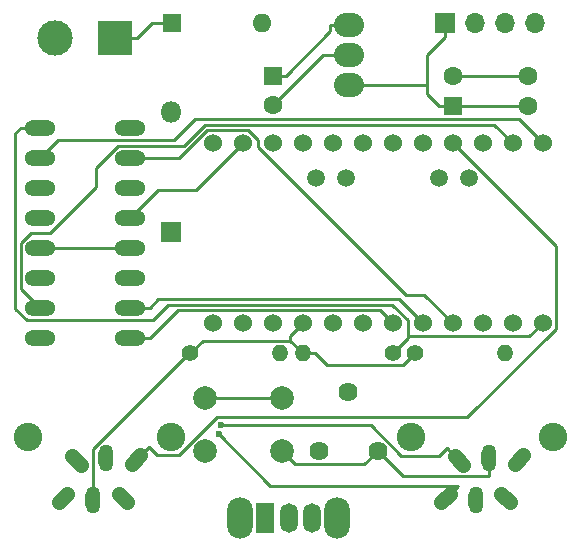
<source format=gbr>
G04 #@! TF.FileFunction,Copper,L2,Bot,Signal*
%FSLAX46Y46*%
G04 Gerber Fmt 4.6, Leading zero omitted, Abs format (unit mm)*
G04 Created by KiCad (PCBNEW 4.0.2-stable) date 3/16/2018 10:56:44 AM*
%MOMM*%
G01*
G04 APERTURE LIST*
%ADD10C,0.100000*%
%ADD11C,1.524000*%
%ADD12C,1.500000*%
%ADD13C,2.413000*%
%ADD14C,1.270000*%
%ADD15O,1.270000X2.286000*%
%ADD16R,1.500000X2.500000*%
%ADD17O,1.500000X2.500000*%
%ADD18O,2.200000X3.500000*%
%ADD19O,2.641600X1.320800*%
%ADD20R,1.600000X1.600000*%
%ADD21C,1.600000*%
%ADD22C,1.400000*%
%ADD23O,1.400000X1.400000*%
%ADD24O,2.540000X2.032000*%
%ADD25R,3.000000X3.000000*%
%ADD26C,3.000000*%
%ADD27R,1.700000X1.700000*%
%ADD28O,1.700000X1.700000*%
%ADD29C,1.620000*%
%ADD30C,2.000000*%
%ADD31R,1.800000X1.800000*%
%ADD32O,1.800000X1.800000*%
%ADD33O,1.600000X1.600000*%
%ADD34C,0.600000*%
%ADD35C,0.250000*%
G04 APERTURE END LIST*
D10*
D11*
X128270000Y-106045000D03*
X130810000Y-106045000D03*
X133350000Y-106045000D03*
X135890000Y-106045000D03*
X138430000Y-106045000D03*
X140970000Y-106045000D03*
X143510000Y-106045000D03*
X146050000Y-106045000D03*
X148590000Y-106045000D03*
X151130000Y-106045000D03*
X153670000Y-106045000D03*
X156210000Y-106045000D03*
X128270000Y-90805000D03*
X130810000Y-90805000D03*
X133350000Y-90805000D03*
X135890000Y-90805000D03*
X138430000Y-90805000D03*
X140970000Y-90805000D03*
X143510000Y-90805000D03*
X146050000Y-90805000D03*
X148590000Y-90805000D03*
X151130000Y-90805000D03*
X153670000Y-90805000D03*
X156210000Y-90805000D03*
D12*
X137033000Y-93726000D03*
X139573000Y-93726000D03*
X147447000Y-93726000D03*
X149987000Y-93726000D03*
D13*
X145046700Y-115658900D03*
D14*
X147648060Y-121221100D02*
X148366480Y-120502680D01*
X149484080Y-118036340D02*
X148765660Y-117317920D01*
D15*
X150540720Y-120977660D03*
X151668480Y-117502940D03*
D14*
X153430840Y-121185540D02*
X152712420Y-120467120D01*
X153832560Y-117944900D02*
X154550980Y-117226480D01*
D13*
X157111700Y-115658900D03*
D16*
X132715000Y-122555000D03*
D17*
X134715000Y-122555000D03*
X136715000Y-122555000D03*
D18*
X130615000Y-122555000D03*
X138815000Y-122555000D03*
D19*
X121285000Y-107315000D03*
X121285000Y-104775000D03*
X121285000Y-92075000D03*
X121285000Y-89535000D03*
X121285000Y-102235000D03*
X121285000Y-99695000D03*
X121285000Y-94615000D03*
X121285000Y-97155000D03*
X113665000Y-89535000D03*
X113665000Y-92075000D03*
X113665000Y-94615000D03*
X113665000Y-97155000D03*
X113665000Y-99695000D03*
X113665000Y-102235000D03*
X113665000Y-104775000D03*
X113665000Y-107315000D03*
D13*
X112661700Y-115658900D03*
D14*
X115263060Y-121221100D02*
X115981480Y-120502680D01*
X117099080Y-118036340D02*
X116380660Y-117317920D01*
D15*
X118155720Y-120977660D03*
X119283480Y-117502940D03*
D14*
X121045840Y-121185540D02*
X120327420Y-120467120D01*
X121447560Y-117944900D02*
X122165980Y-117226480D01*
D13*
X124726700Y-115658900D03*
D20*
X133350000Y-85090000D03*
D21*
X133350000Y-87590000D03*
D22*
X145415000Y-108585000D03*
D23*
X153035000Y-108585000D03*
D22*
X143510000Y-108585000D03*
D23*
X135890000Y-108585000D03*
D24*
X139827000Y-83312000D03*
X139827000Y-85852000D03*
X139827000Y-80772000D03*
D25*
X120015000Y-81915000D03*
D26*
X114935000Y-81915000D03*
D27*
X147955000Y-80645000D03*
D28*
X150495000Y-80645000D03*
X153035000Y-80645000D03*
X155575000Y-80645000D03*
D20*
X148590000Y-87630000D03*
D21*
X148590000Y-85130000D03*
X154940000Y-87630000D03*
X154940000Y-85130000D03*
D29*
X137240000Y-116840000D03*
X139740000Y-111840000D03*
X142240000Y-116840000D03*
D22*
X126365000Y-108585000D03*
D23*
X133985000Y-108585000D03*
D30*
X127635000Y-116895000D03*
X127635000Y-112395000D03*
X134135000Y-116895000D03*
X134135000Y-112395000D03*
D31*
X124714000Y-98298000D03*
D32*
X124714000Y-88138000D03*
D20*
X124841000Y-80645000D03*
D33*
X132461000Y-80645000D03*
D34*
X128804500Y-115459300D03*
X128960300Y-114640600D03*
D35*
X142406000Y-104941000D02*
X143510000Y-106045000D01*
X125305100Y-104941000D02*
X142406000Y-104941000D01*
X122931100Y-107315000D02*
X125305100Y-104941000D01*
X121285000Y-107315000D02*
X122931100Y-107315000D01*
X121285000Y-104775000D02*
X122931100Y-104775000D01*
X123668800Y-104037300D02*
X122931100Y-104775000D01*
X144042300Y-104037300D02*
X123668800Y-104037300D01*
X146050000Y-106045000D02*
X144042300Y-104037300D01*
X146185100Y-103640100D02*
X148590000Y-106045000D01*
X144633000Y-103640100D02*
X146185100Y-103640100D01*
X132080000Y-91087100D02*
X144633000Y-103640100D01*
X132080000Y-90504600D02*
X132080000Y-91087100D01*
X131261900Y-89686500D02*
X132080000Y-90504600D01*
X127834500Y-89686500D02*
X131261900Y-89686500D01*
X125446000Y-92075000D02*
X127834500Y-89686500D01*
X121285000Y-92075000D02*
X125446000Y-92075000D01*
X138231700Y-81333600D02*
X138231700Y-80772000D01*
X134475300Y-85090000D02*
X138231700Y-81333600D01*
X133350000Y-85090000D02*
X134475300Y-85090000D01*
X139827000Y-80772000D02*
X138231700Y-80772000D01*
X133168900Y-119823700D02*
X128804500Y-115459300D01*
X149045500Y-119823700D02*
X133168900Y-119823700D01*
X148366500Y-120502700D02*
X149045500Y-119823700D01*
X119638900Y-99695000D02*
X115311100Y-99695000D01*
X113665000Y-99695000D02*
X115311100Y-99695000D01*
X137628000Y-83312000D02*
X139827000Y-83312000D01*
X133350000Y-87590000D02*
X137628000Y-83312000D01*
X121285000Y-99695000D02*
X119638900Y-99695000D01*
X134838400Y-107096600D02*
X135890000Y-106045000D01*
X134838400Y-107533400D02*
X134838400Y-107096600D01*
X127416600Y-107533400D02*
X134838400Y-107533400D01*
X126365000Y-108585000D02*
X127416600Y-107533400D01*
X118155700Y-116709300D02*
X118155700Y-120469700D01*
X126280000Y-108585000D02*
X118155700Y-116709300D01*
X126365000Y-108585000D02*
X126280000Y-108585000D01*
X126845900Y-94769100D02*
X130810000Y-90805000D01*
X123670900Y-94769100D02*
X126845900Y-94769100D01*
X121285000Y-97155000D02*
X123670900Y-94769100D01*
X134838400Y-107533400D02*
X135890000Y-108585000D01*
X144379300Y-109620700D02*
X145415000Y-108585000D01*
X137951000Y-109620700D02*
X144379300Y-109620700D01*
X136915300Y-108585000D02*
X137951000Y-109620700D01*
X135890000Y-108585000D02*
X136915300Y-108585000D01*
X148590000Y-85130000D02*
X154940000Y-85130000D01*
X149484100Y-118036300D02*
X148086700Y-116638800D01*
X141649800Y-114640600D02*
X128960300Y-114640600D01*
X144259500Y-117250300D02*
X141649800Y-114640600D01*
X147475200Y-117250300D02*
X144259500Y-117250300D01*
X148086700Y-116638800D02*
X147475200Y-117250300D01*
X113665000Y-89535000D02*
X112018900Y-89535000D01*
X155091900Y-107163100D02*
X156210000Y-106045000D01*
X144780000Y-107163100D02*
X155091900Y-107163100D01*
X144780000Y-105770300D02*
X144780000Y-107163100D01*
X143497300Y-104487600D02*
X144780000Y-105770300D01*
X124485200Y-104487600D02*
X143497300Y-104487600D01*
X123186400Y-105786400D02*
X124485200Y-104487600D01*
X112544200Y-105786400D02*
X123186400Y-105786400D01*
X111568600Y-104810800D02*
X112544200Y-105786400D01*
X111568600Y-89985300D02*
X111568600Y-104810800D01*
X112018900Y-89535000D02*
X111568600Y-89985300D01*
X144780000Y-107315000D02*
X143510000Y-108585000D01*
X144780000Y-107163100D02*
X144780000Y-107315000D01*
X115181500Y-90558500D02*
X113665000Y-92075000D01*
X125013400Y-90558500D02*
X115181500Y-90558500D01*
X126786100Y-88785800D02*
X125013400Y-90558500D01*
X154190800Y-88785800D02*
X126786100Y-88785800D01*
X156210000Y-90805000D02*
X154190800Y-88785800D01*
X152101100Y-89236100D02*
X153670000Y-90805000D01*
X127647900Y-89236100D02*
X152101100Y-89236100D01*
X125822500Y-91061500D02*
X127647900Y-89236100D01*
X120230200Y-91061500D02*
X125822500Y-91061500D01*
X118379200Y-92912500D02*
X120230200Y-91061500D01*
X118379200Y-94521400D02*
X118379200Y-92912500D01*
X114475600Y-98425000D02*
X118379200Y-94521400D01*
X112863500Y-98425000D02*
X114475600Y-98425000D01*
X112018900Y-99269600D02*
X112863500Y-98425000D01*
X112018900Y-103128900D02*
X112018900Y-99269600D01*
X113665000Y-104775000D02*
X112018900Y-103128900D01*
X157303600Y-99518600D02*
X148590000Y-90805000D01*
X157303600Y-106500600D02*
X157303600Y-99518600D01*
X149804900Y-113999300D02*
X157303600Y-106500600D01*
X128645700Y-113999300D02*
X149804900Y-113999300D01*
X125398800Y-117246200D02*
X128645700Y-113999300D01*
X123543800Y-117246200D02*
X125398800Y-117246200D01*
X122845100Y-116547400D02*
X123543800Y-117246200D01*
X121447600Y-117944900D02*
X122845100Y-116547400D01*
X154940000Y-87630000D02*
X148590000Y-87630000D01*
X148590000Y-87630000D02*
X147464700Y-87630000D01*
X147955000Y-80645000D02*
X147955000Y-81820300D01*
X139827000Y-85852000D02*
X141422300Y-85852000D01*
X146446400Y-85852000D02*
X141422300Y-85852000D01*
X146446400Y-83328900D02*
X146446400Y-85852000D01*
X147955000Y-81820300D02*
X146446400Y-83328900D01*
X146446400Y-86611700D02*
X147464700Y-87630000D01*
X146446400Y-85852000D02*
X146446400Y-86611700D01*
X141084700Y-117995300D02*
X142240000Y-116840000D01*
X135235300Y-117995300D02*
X141084700Y-117995300D01*
X134135000Y-116895000D02*
X135235300Y-117995300D01*
X151668500Y-118010900D02*
X151668500Y-118971200D01*
X151631500Y-119008200D02*
X151668500Y-118971200D01*
X144408200Y-119008200D02*
X151631500Y-119008200D01*
X142240000Y-116840000D02*
X144408200Y-119008200D01*
X127635000Y-112395000D02*
X134135000Y-112395000D01*
X123110300Y-80645000D02*
X121840300Y-81915000D01*
X124841000Y-80645000D02*
X123110300Y-80645000D01*
X120015000Y-81915000D02*
X121840300Y-81915000D01*
M02*

</source>
